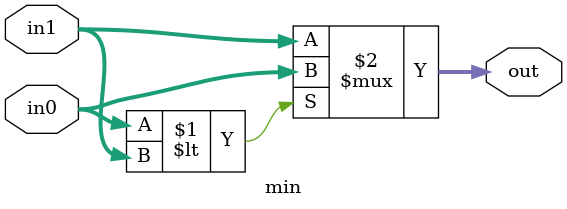
<source format=v>
module top_module (
	input [7:0] a, b, c, d,
	output [7:0] min
);

	wire [7:0] x, y;

	min m0(a, b, x);
	min m1(x, c, y);
	min m2(y, d, min);

endmodule

module min (
	input [7:0] in0, in1,
	output [7:0] out
);

	assign out = in0 < in1 ? in0 : in1;

endmodule

</source>
